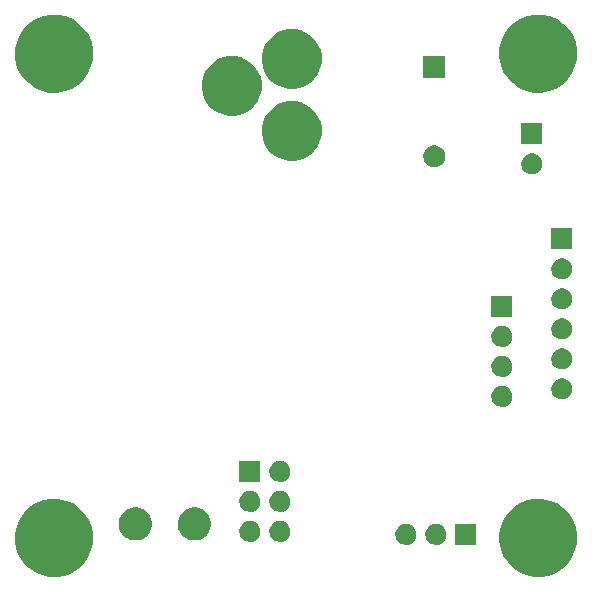
<source format=gbs>
G04 (created by PCBNEW (2013-07-07 BZR 4022)-stable) date 12/31/2014 11:50:09 PM*
%MOIN*%
G04 Gerber Fmt 3.4, Leading zero omitted, Abs format*
%FSLAX34Y34*%
G01*
G70*
G90*
G04 APERTURE LIST*
%ADD10C,0.00590551*%
G04 APERTURE END LIST*
G54D10*
G36*
X2875Y-1449D02*
X2871Y-1736D01*
X2813Y-1988D01*
X2711Y-2218D01*
X2562Y-2429D01*
X2380Y-2603D01*
X2162Y-2741D01*
X1927Y-2832D01*
X1673Y-2877D01*
X1422Y-2872D01*
X1169Y-2816D01*
X939Y-2716D01*
X726Y-2568D01*
X552Y-2387D01*
X411Y-2170D01*
X319Y-1936D01*
X272Y-1682D01*
X276Y-1431D01*
X330Y-1177D01*
X428Y-947D01*
X575Y-733D01*
X754Y-557D01*
X971Y-415D01*
X1203Y-322D01*
X1458Y-273D01*
X1709Y-275D01*
X1963Y-327D01*
X2194Y-424D01*
X2409Y-569D01*
X2585Y-747D01*
X2729Y-963D01*
X2824Y-1194D01*
X2875Y-1449D01*
X2875Y-1449D01*
G37*
G36*
X2875Y-17590D02*
X2871Y-17878D01*
X2813Y-18130D01*
X2711Y-18360D01*
X2562Y-18571D01*
X2380Y-18744D01*
X2162Y-18883D01*
X1927Y-18974D01*
X1673Y-19019D01*
X1422Y-19014D01*
X1169Y-18958D01*
X939Y-18857D01*
X726Y-18710D01*
X552Y-18529D01*
X411Y-18311D01*
X319Y-18078D01*
X272Y-17823D01*
X276Y-17573D01*
X330Y-17319D01*
X428Y-17089D01*
X575Y-16875D01*
X754Y-16699D01*
X971Y-16557D01*
X1203Y-16463D01*
X1458Y-16415D01*
X1709Y-16416D01*
X1963Y-16469D01*
X2194Y-16566D01*
X2409Y-16711D01*
X2585Y-16888D01*
X2729Y-17105D01*
X2824Y-17336D01*
X2875Y-17590D01*
X2875Y-17590D01*
G37*
G36*
X4831Y-17197D02*
X4830Y-17317D01*
X4805Y-17426D01*
X4763Y-17521D01*
X4698Y-17612D01*
X4623Y-17684D01*
X4529Y-17744D01*
X4431Y-17781D01*
X4321Y-17801D01*
X4217Y-17799D01*
X4108Y-17775D01*
X4013Y-17733D01*
X3921Y-17669D01*
X3849Y-17594D01*
X3788Y-17500D01*
X3750Y-17404D01*
X3730Y-17294D01*
X3731Y-17190D01*
X3755Y-17080D01*
X3795Y-16985D01*
X3859Y-16892D01*
X3933Y-16820D01*
X4027Y-16758D01*
X4123Y-16720D01*
X4233Y-16699D01*
X4337Y-16699D01*
X4447Y-16722D01*
X4542Y-16762D01*
X4635Y-16825D01*
X4708Y-16898D01*
X4770Y-16992D01*
X4810Y-17087D01*
X4831Y-17197D01*
X4831Y-17197D01*
G37*
G36*
X6800Y-17197D02*
X6798Y-17317D01*
X6774Y-17426D01*
X6731Y-17521D01*
X6667Y-17612D01*
X6591Y-17684D01*
X6497Y-17744D01*
X6400Y-17781D01*
X6290Y-17801D01*
X6186Y-17799D01*
X6077Y-17775D01*
X5982Y-17733D01*
X5890Y-17669D01*
X5817Y-17594D01*
X5757Y-17500D01*
X5719Y-17404D01*
X5698Y-17294D01*
X5700Y-17190D01*
X5723Y-17080D01*
X5764Y-16985D01*
X5827Y-16892D01*
X5901Y-16820D01*
X5995Y-16758D01*
X6091Y-16720D01*
X6202Y-16699D01*
X6305Y-16699D01*
X6415Y-16722D01*
X6510Y-16762D01*
X6604Y-16825D01*
X6676Y-16898D01*
X6739Y-16992D01*
X6778Y-17087D01*
X6800Y-17197D01*
X6800Y-17197D01*
G37*
G36*
X8450Y-16467D02*
X8449Y-16542D01*
X8433Y-16612D01*
X8406Y-16672D01*
X8365Y-16731D01*
X8318Y-16776D01*
X8256Y-16814D01*
X8196Y-16838D01*
X8125Y-16851D01*
X8060Y-16849D01*
X7989Y-16834D01*
X7930Y-16808D01*
X7870Y-16766D01*
X7825Y-16720D01*
X7786Y-16659D01*
X7762Y-16598D01*
X7749Y-16527D01*
X7750Y-16462D01*
X7765Y-16391D01*
X7790Y-16332D01*
X7831Y-16272D01*
X7877Y-16227D01*
X7938Y-16187D01*
X7998Y-16163D01*
X8070Y-16149D01*
X8134Y-16149D01*
X8206Y-16164D01*
X8265Y-16189D01*
X8326Y-16230D01*
X8371Y-16275D01*
X8411Y-16336D01*
X8436Y-16395D01*
X8450Y-16467D01*
X8450Y-16467D01*
G37*
G36*
X8450Y-17467D02*
X8449Y-17542D01*
X8433Y-17612D01*
X8406Y-17672D01*
X8365Y-17731D01*
X8318Y-17776D01*
X8256Y-17814D01*
X8196Y-17838D01*
X8125Y-17851D01*
X8060Y-17849D01*
X7989Y-17834D01*
X7930Y-17808D01*
X7870Y-17766D01*
X7825Y-17720D01*
X7786Y-17659D01*
X7762Y-17598D01*
X7749Y-17527D01*
X7750Y-17462D01*
X7765Y-17391D01*
X7790Y-17332D01*
X7831Y-17272D01*
X7877Y-17227D01*
X7938Y-17187D01*
X7998Y-17163D01*
X8070Y-17149D01*
X8134Y-17149D01*
X8206Y-17164D01*
X8265Y-17189D01*
X8326Y-17230D01*
X8371Y-17275D01*
X8411Y-17336D01*
X8436Y-17395D01*
X8450Y-17467D01*
X8450Y-17467D01*
G37*
G36*
X8450Y-15850D02*
X7749Y-15850D01*
X7749Y-15149D01*
X8450Y-15149D01*
X8450Y-15850D01*
X8450Y-15850D01*
G37*
G36*
X8495Y-2554D02*
X8492Y-2773D01*
X8448Y-2967D01*
X8370Y-3142D01*
X8255Y-3304D01*
X8117Y-3436D01*
X7949Y-3543D01*
X7770Y-3612D01*
X7574Y-3647D01*
X7383Y-3643D01*
X7189Y-3600D01*
X7013Y-3523D01*
X6850Y-3410D01*
X6717Y-3272D01*
X6609Y-3105D01*
X6539Y-2927D01*
X6503Y-2731D01*
X6505Y-2540D01*
X6547Y-2345D01*
X6622Y-2170D01*
X6735Y-2005D01*
X6871Y-1872D01*
X7038Y-1762D01*
X7215Y-1691D01*
X7411Y-1653D01*
X7602Y-1655D01*
X7797Y-1695D01*
X7973Y-1769D01*
X8139Y-1880D01*
X8273Y-2016D01*
X8384Y-2182D01*
X8456Y-2358D01*
X8495Y-2554D01*
X8495Y-2554D01*
G37*
G36*
X9450Y-15467D02*
X9449Y-15542D01*
X9433Y-15612D01*
X9406Y-15672D01*
X9365Y-15731D01*
X9318Y-15776D01*
X9256Y-15814D01*
X9196Y-15838D01*
X9125Y-15851D01*
X9060Y-15849D01*
X8989Y-15834D01*
X8930Y-15808D01*
X8870Y-15766D01*
X8825Y-15720D01*
X8786Y-15659D01*
X8762Y-15598D01*
X8749Y-15527D01*
X8750Y-15462D01*
X8765Y-15391D01*
X8790Y-15332D01*
X8831Y-15272D01*
X8877Y-15227D01*
X8938Y-15187D01*
X8998Y-15163D01*
X9070Y-15149D01*
X9134Y-15149D01*
X9206Y-15164D01*
X9265Y-15189D01*
X9326Y-15230D01*
X9371Y-15275D01*
X9411Y-15336D01*
X9436Y-15395D01*
X9450Y-15467D01*
X9450Y-15467D01*
G37*
G36*
X9450Y-16467D02*
X9449Y-16542D01*
X9433Y-16612D01*
X9406Y-16672D01*
X9365Y-16731D01*
X9318Y-16776D01*
X9256Y-16814D01*
X9196Y-16838D01*
X9125Y-16851D01*
X9060Y-16849D01*
X8989Y-16834D01*
X8930Y-16808D01*
X8870Y-16766D01*
X8825Y-16720D01*
X8786Y-16659D01*
X8762Y-16598D01*
X8749Y-16527D01*
X8750Y-16462D01*
X8765Y-16391D01*
X8790Y-16332D01*
X8831Y-16272D01*
X8877Y-16227D01*
X8938Y-16187D01*
X8998Y-16163D01*
X9070Y-16149D01*
X9134Y-16149D01*
X9206Y-16164D01*
X9265Y-16189D01*
X9326Y-16230D01*
X9371Y-16275D01*
X9411Y-16336D01*
X9436Y-16395D01*
X9450Y-16467D01*
X9450Y-16467D01*
G37*
G36*
X9450Y-17467D02*
X9449Y-17542D01*
X9433Y-17612D01*
X9406Y-17672D01*
X9365Y-17731D01*
X9318Y-17776D01*
X9256Y-17814D01*
X9196Y-17838D01*
X9125Y-17851D01*
X9060Y-17849D01*
X8989Y-17834D01*
X8930Y-17808D01*
X8870Y-17766D01*
X8825Y-17720D01*
X8786Y-17659D01*
X8762Y-17598D01*
X8749Y-17527D01*
X8750Y-17462D01*
X8765Y-17391D01*
X8790Y-17332D01*
X8831Y-17272D01*
X8877Y-17227D01*
X8938Y-17187D01*
X8998Y-17163D01*
X9070Y-17149D01*
X9134Y-17149D01*
X9206Y-17164D01*
X9265Y-17189D01*
X9326Y-17230D01*
X9371Y-17275D01*
X9411Y-17336D01*
X9436Y-17395D01*
X9450Y-17467D01*
X9450Y-17467D01*
G37*
G36*
X10495Y-1654D02*
X10492Y-1873D01*
X10448Y-2067D01*
X10370Y-2242D01*
X10255Y-2404D01*
X10117Y-2536D01*
X9949Y-2643D01*
X9770Y-2712D01*
X9574Y-2747D01*
X9383Y-2743D01*
X9189Y-2700D01*
X9013Y-2623D01*
X8850Y-2510D01*
X8717Y-2372D01*
X8609Y-2205D01*
X8539Y-2027D01*
X8503Y-1831D01*
X8505Y-1640D01*
X8547Y-1445D01*
X8622Y-1270D01*
X8735Y-1105D01*
X8871Y-972D01*
X9038Y-862D01*
X9215Y-791D01*
X9411Y-753D01*
X9602Y-755D01*
X9797Y-795D01*
X9973Y-869D01*
X10139Y-980D01*
X10273Y-1116D01*
X10384Y-1282D01*
X10456Y-1458D01*
X10495Y-1654D01*
X10495Y-1654D01*
G37*
G36*
X10495Y-4054D02*
X10492Y-4273D01*
X10448Y-4467D01*
X10370Y-4642D01*
X10255Y-4804D01*
X10117Y-4936D01*
X9949Y-5043D01*
X9770Y-5112D01*
X9574Y-5147D01*
X9383Y-5143D01*
X9189Y-5100D01*
X9013Y-5023D01*
X8850Y-4910D01*
X8717Y-4772D01*
X8609Y-4605D01*
X8539Y-4427D01*
X8503Y-4231D01*
X8505Y-4040D01*
X8547Y-3845D01*
X8622Y-3670D01*
X8735Y-3505D01*
X8871Y-3372D01*
X9038Y-3262D01*
X9215Y-3191D01*
X9411Y-3153D01*
X9602Y-3155D01*
X9797Y-3195D01*
X9973Y-3269D01*
X10139Y-3380D01*
X10273Y-3516D01*
X10384Y-3682D01*
X10456Y-3858D01*
X10495Y-4054D01*
X10495Y-4054D01*
G37*
G36*
X13650Y-17567D02*
X13649Y-17642D01*
X13633Y-17712D01*
X13606Y-17772D01*
X13565Y-17831D01*
X13518Y-17876D01*
X13456Y-17914D01*
X13396Y-17938D01*
X13325Y-17951D01*
X13260Y-17949D01*
X13189Y-17934D01*
X13130Y-17908D01*
X13070Y-17866D01*
X13025Y-17820D01*
X12986Y-17759D01*
X12962Y-17698D01*
X12949Y-17627D01*
X12950Y-17562D01*
X12965Y-17491D01*
X12990Y-17432D01*
X13031Y-17372D01*
X13077Y-17327D01*
X13138Y-17287D01*
X13198Y-17263D01*
X13270Y-17249D01*
X13334Y-17249D01*
X13406Y-17264D01*
X13465Y-17289D01*
X13526Y-17330D01*
X13571Y-17375D01*
X13611Y-17436D01*
X13636Y-17495D01*
X13650Y-17567D01*
X13650Y-17567D01*
G37*
G36*
X14615Y-4962D02*
X14614Y-5040D01*
X14597Y-5113D01*
X14569Y-5175D01*
X14526Y-5237D01*
X14477Y-5284D01*
X14413Y-5324D01*
X14350Y-5348D01*
X14276Y-5362D01*
X14208Y-5360D01*
X14134Y-5344D01*
X14072Y-5317D01*
X14010Y-5274D01*
X13963Y-5225D01*
X13922Y-5161D01*
X13897Y-5099D01*
X13884Y-5024D01*
X13885Y-4957D01*
X13900Y-4883D01*
X13927Y-4821D01*
X13970Y-4758D01*
X14018Y-4711D01*
X14081Y-4669D01*
X14144Y-4644D01*
X14219Y-4630D01*
X14286Y-4630D01*
X14360Y-4646D01*
X14422Y-4672D01*
X14485Y-4714D01*
X14532Y-4762D01*
X14575Y-4825D01*
X14600Y-4887D01*
X14615Y-4962D01*
X14615Y-4962D01*
G37*
G36*
X14615Y-2369D02*
X13884Y-2369D01*
X13884Y-1638D01*
X14615Y-1638D01*
X14615Y-2369D01*
X14615Y-2369D01*
G37*
G36*
X14650Y-17567D02*
X14649Y-17642D01*
X14633Y-17712D01*
X14606Y-17772D01*
X14565Y-17831D01*
X14518Y-17876D01*
X14456Y-17914D01*
X14396Y-17938D01*
X14325Y-17951D01*
X14260Y-17949D01*
X14189Y-17934D01*
X14130Y-17908D01*
X14070Y-17866D01*
X14025Y-17820D01*
X13986Y-17759D01*
X13962Y-17698D01*
X13949Y-17627D01*
X13950Y-17562D01*
X13965Y-17491D01*
X13990Y-17432D01*
X14031Y-17372D01*
X14077Y-17327D01*
X14138Y-17287D01*
X14198Y-17263D01*
X14270Y-17249D01*
X14334Y-17249D01*
X14406Y-17264D01*
X14465Y-17289D01*
X14526Y-17330D01*
X14571Y-17375D01*
X14611Y-17436D01*
X14636Y-17495D01*
X14650Y-17567D01*
X14650Y-17567D01*
G37*
G36*
X15650Y-17950D02*
X14949Y-17950D01*
X14949Y-17249D01*
X15650Y-17249D01*
X15650Y-17950D01*
X15650Y-17950D01*
G37*
G36*
X16850Y-10967D02*
X16849Y-11042D01*
X16833Y-11112D01*
X16806Y-11172D01*
X16765Y-11231D01*
X16718Y-11276D01*
X16656Y-11314D01*
X16596Y-11338D01*
X16525Y-11351D01*
X16460Y-11349D01*
X16389Y-11334D01*
X16330Y-11308D01*
X16270Y-11266D01*
X16225Y-11220D01*
X16186Y-11159D01*
X16162Y-11098D01*
X16149Y-11027D01*
X16150Y-10962D01*
X16165Y-10891D01*
X16190Y-10832D01*
X16231Y-10772D01*
X16277Y-10727D01*
X16338Y-10687D01*
X16398Y-10663D01*
X16470Y-10649D01*
X16534Y-10649D01*
X16606Y-10664D01*
X16665Y-10689D01*
X16726Y-10730D01*
X16771Y-10775D01*
X16811Y-10836D01*
X16836Y-10895D01*
X16850Y-10967D01*
X16850Y-10967D01*
G37*
G36*
X16850Y-11967D02*
X16849Y-12042D01*
X16833Y-12112D01*
X16806Y-12172D01*
X16765Y-12231D01*
X16718Y-12276D01*
X16656Y-12314D01*
X16596Y-12338D01*
X16525Y-12351D01*
X16460Y-12349D01*
X16389Y-12334D01*
X16330Y-12308D01*
X16270Y-12266D01*
X16225Y-12220D01*
X16186Y-12159D01*
X16162Y-12098D01*
X16149Y-12027D01*
X16150Y-11962D01*
X16165Y-11891D01*
X16190Y-11832D01*
X16231Y-11772D01*
X16277Y-11727D01*
X16338Y-11687D01*
X16398Y-11663D01*
X16470Y-11649D01*
X16534Y-11649D01*
X16606Y-11664D01*
X16665Y-11689D01*
X16726Y-11730D01*
X16771Y-11775D01*
X16811Y-11836D01*
X16836Y-11895D01*
X16850Y-11967D01*
X16850Y-11967D01*
G37*
G36*
X16850Y-12967D02*
X16849Y-13042D01*
X16833Y-13112D01*
X16806Y-13172D01*
X16765Y-13231D01*
X16718Y-13276D01*
X16656Y-13314D01*
X16596Y-13338D01*
X16525Y-13351D01*
X16460Y-13349D01*
X16389Y-13334D01*
X16330Y-13308D01*
X16270Y-13266D01*
X16225Y-13220D01*
X16186Y-13159D01*
X16162Y-13098D01*
X16149Y-13027D01*
X16150Y-12962D01*
X16165Y-12891D01*
X16190Y-12832D01*
X16231Y-12772D01*
X16277Y-12727D01*
X16338Y-12687D01*
X16398Y-12663D01*
X16470Y-12649D01*
X16534Y-12649D01*
X16606Y-12664D01*
X16665Y-12689D01*
X16726Y-12730D01*
X16771Y-12775D01*
X16811Y-12836D01*
X16836Y-12895D01*
X16850Y-12967D01*
X16850Y-12967D01*
G37*
G36*
X16850Y-10350D02*
X16149Y-10350D01*
X16149Y-9649D01*
X16850Y-9649D01*
X16850Y-10350D01*
X16850Y-10350D01*
G37*
G36*
X17850Y-5217D02*
X17849Y-5292D01*
X17833Y-5362D01*
X17806Y-5422D01*
X17765Y-5481D01*
X17718Y-5526D01*
X17656Y-5564D01*
X17596Y-5588D01*
X17525Y-5601D01*
X17460Y-5599D01*
X17389Y-5584D01*
X17330Y-5558D01*
X17270Y-5516D01*
X17225Y-5470D01*
X17186Y-5409D01*
X17162Y-5348D01*
X17149Y-5277D01*
X17150Y-5212D01*
X17165Y-5141D01*
X17190Y-5082D01*
X17231Y-5022D01*
X17277Y-4977D01*
X17338Y-4937D01*
X17398Y-4913D01*
X17470Y-4899D01*
X17534Y-4899D01*
X17606Y-4914D01*
X17665Y-4939D01*
X17726Y-4980D01*
X17771Y-5025D01*
X17811Y-5086D01*
X17836Y-5145D01*
X17850Y-5217D01*
X17850Y-5217D01*
G37*
G36*
X17850Y-4600D02*
X17149Y-4600D01*
X17149Y-3899D01*
X17850Y-3899D01*
X17850Y-4600D01*
X17850Y-4600D01*
G37*
G36*
X18850Y-8717D02*
X18849Y-8792D01*
X18833Y-8862D01*
X18806Y-8922D01*
X18765Y-8981D01*
X18718Y-9026D01*
X18656Y-9064D01*
X18596Y-9088D01*
X18525Y-9101D01*
X18460Y-9099D01*
X18389Y-9084D01*
X18330Y-9058D01*
X18270Y-9016D01*
X18225Y-8970D01*
X18186Y-8909D01*
X18162Y-8848D01*
X18149Y-8777D01*
X18150Y-8712D01*
X18165Y-8641D01*
X18190Y-8582D01*
X18231Y-8522D01*
X18277Y-8477D01*
X18338Y-8437D01*
X18398Y-8413D01*
X18470Y-8399D01*
X18534Y-8399D01*
X18606Y-8414D01*
X18665Y-8439D01*
X18726Y-8480D01*
X18771Y-8525D01*
X18811Y-8586D01*
X18836Y-8645D01*
X18850Y-8717D01*
X18850Y-8717D01*
G37*
G36*
X18850Y-9717D02*
X18849Y-9792D01*
X18833Y-9862D01*
X18806Y-9922D01*
X18765Y-9981D01*
X18718Y-10026D01*
X18656Y-10064D01*
X18596Y-10088D01*
X18525Y-10101D01*
X18460Y-10099D01*
X18389Y-10084D01*
X18330Y-10058D01*
X18270Y-10016D01*
X18225Y-9970D01*
X18186Y-9909D01*
X18162Y-9848D01*
X18149Y-9777D01*
X18150Y-9712D01*
X18165Y-9641D01*
X18190Y-9582D01*
X18231Y-9522D01*
X18277Y-9477D01*
X18338Y-9437D01*
X18398Y-9413D01*
X18470Y-9399D01*
X18534Y-9399D01*
X18606Y-9414D01*
X18665Y-9439D01*
X18726Y-9480D01*
X18771Y-9525D01*
X18811Y-9586D01*
X18836Y-9645D01*
X18850Y-9717D01*
X18850Y-9717D01*
G37*
G36*
X18850Y-10717D02*
X18849Y-10792D01*
X18833Y-10862D01*
X18806Y-10922D01*
X18765Y-10981D01*
X18718Y-11026D01*
X18656Y-11064D01*
X18596Y-11088D01*
X18525Y-11101D01*
X18460Y-11099D01*
X18389Y-11084D01*
X18330Y-11058D01*
X18270Y-11016D01*
X18225Y-10970D01*
X18186Y-10909D01*
X18162Y-10848D01*
X18149Y-10777D01*
X18150Y-10712D01*
X18165Y-10641D01*
X18190Y-10582D01*
X18231Y-10522D01*
X18277Y-10477D01*
X18338Y-10437D01*
X18398Y-10413D01*
X18470Y-10399D01*
X18534Y-10399D01*
X18606Y-10414D01*
X18665Y-10439D01*
X18726Y-10480D01*
X18771Y-10525D01*
X18811Y-10586D01*
X18836Y-10645D01*
X18850Y-10717D01*
X18850Y-10717D01*
G37*
G36*
X18850Y-11717D02*
X18849Y-11792D01*
X18833Y-11862D01*
X18806Y-11922D01*
X18765Y-11981D01*
X18718Y-12026D01*
X18656Y-12064D01*
X18596Y-12088D01*
X18525Y-12101D01*
X18460Y-12099D01*
X18389Y-12084D01*
X18330Y-12058D01*
X18270Y-12016D01*
X18225Y-11970D01*
X18186Y-11909D01*
X18162Y-11848D01*
X18149Y-11777D01*
X18150Y-11712D01*
X18165Y-11641D01*
X18190Y-11582D01*
X18231Y-11522D01*
X18277Y-11477D01*
X18338Y-11437D01*
X18398Y-11413D01*
X18470Y-11399D01*
X18534Y-11399D01*
X18606Y-11414D01*
X18665Y-11439D01*
X18726Y-11480D01*
X18771Y-11525D01*
X18811Y-11586D01*
X18836Y-11645D01*
X18850Y-11717D01*
X18850Y-11717D01*
G37*
G36*
X18850Y-12717D02*
X18849Y-12792D01*
X18833Y-12862D01*
X18806Y-12922D01*
X18765Y-12981D01*
X18718Y-13026D01*
X18656Y-13064D01*
X18596Y-13088D01*
X18525Y-13101D01*
X18460Y-13099D01*
X18389Y-13084D01*
X18330Y-13058D01*
X18270Y-13016D01*
X18225Y-12970D01*
X18186Y-12909D01*
X18162Y-12848D01*
X18149Y-12777D01*
X18150Y-12712D01*
X18165Y-12641D01*
X18190Y-12582D01*
X18231Y-12522D01*
X18277Y-12477D01*
X18338Y-12437D01*
X18398Y-12413D01*
X18470Y-12399D01*
X18534Y-12399D01*
X18606Y-12414D01*
X18665Y-12439D01*
X18726Y-12480D01*
X18771Y-12525D01*
X18811Y-12586D01*
X18836Y-12645D01*
X18850Y-12717D01*
X18850Y-12717D01*
G37*
G36*
X18850Y-8100D02*
X18149Y-8100D01*
X18149Y-7399D01*
X18850Y-7399D01*
X18850Y-8100D01*
X18850Y-8100D01*
G37*
G36*
X19016Y-1449D02*
X19012Y-1736D01*
X18955Y-1988D01*
X18853Y-2218D01*
X18704Y-2429D01*
X18522Y-2603D01*
X18303Y-2741D01*
X18069Y-2832D01*
X17814Y-2877D01*
X17563Y-2872D01*
X17310Y-2816D01*
X17080Y-2716D01*
X16868Y-2568D01*
X16693Y-2387D01*
X16553Y-2170D01*
X16461Y-1936D01*
X16414Y-1682D01*
X16417Y-1431D01*
X16471Y-1177D01*
X16570Y-947D01*
X16717Y-733D01*
X16896Y-557D01*
X17113Y-415D01*
X17345Y-322D01*
X17600Y-273D01*
X17850Y-275D01*
X18105Y-327D01*
X18335Y-424D01*
X18551Y-569D01*
X18727Y-747D01*
X18871Y-963D01*
X18966Y-1194D01*
X19016Y-1449D01*
X19016Y-1449D01*
G37*
G36*
X19016Y-17590D02*
X19012Y-17878D01*
X18955Y-18130D01*
X18853Y-18360D01*
X18704Y-18571D01*
X18522Y-18744D01*
X18303Y-18883D01*
X18069Y-18974D01*
X17814Y-19019D01*
X17563Y-19014D01*
X17310Y-18958D01*
X17080Y-18857D01*
X16868Y-18710D01*
X16693Y-18529D01*
X16553Y-18311D01*
X16461Y-18078D01*
X16414Y-17823D01*
X16417Y-17573D01*
X16471Y-17319D01*
X16570Y-17089D01*
X16717Y-16875D01*
X16896Y-16699D01*
X17113Y-16557D01*
X17345Y-16463D01*
X17600Y-16415D01*
X17850Y-16416D01*
X18105Y-16469D01*
X18335Y-16566D01*
X18551Y-16711D01*
X18727Y-16888D01*
X18871Y-17105D01*
X18966Y-17336D01*
X19016Y-17590D01*
X19016Y-17590D01*
G37*
M02*

</source>
